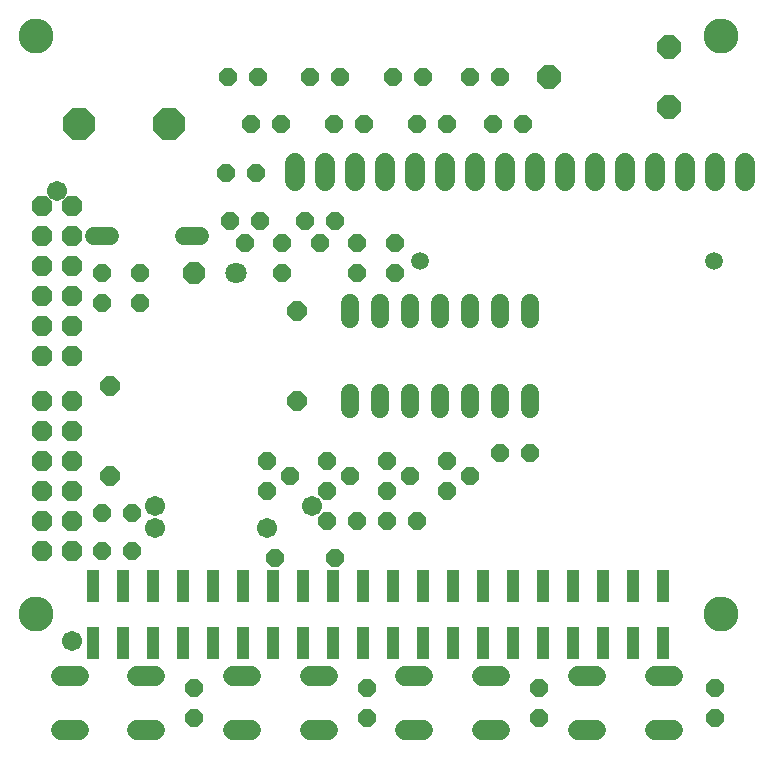
<source format=gbr>
G04 EAGLE Gerber RS-274X export*
G75*
%MOMM*%
%FSLAX34Y34*%
%LPD*%
%INSoldermask Bottom*%
%IPPOS*%
%AMOC8*
5,1,8,0,0,1.08239X$1,22.5*%
G01*
%ADD10C,2.953200*%
%ADD11R,1.103200X2.753200*%
%ADD12C,1.727200*%
%ADD13P,1.649562X8X202.500000*%
%ADD14P,2.969212X8X202.500000*%
%ADD15C,1.524000*%
%ADD16P,1.649562X8X112.500000*%
%ADD17P,2.144431X8X292.500000*%
%ADD18P,1.649562X8X22.500000*%
%ADD19P,1.869504X8X292.500000*%
%ADD20P,1.649562X8X292.500000*%
%ADD21P,1.759533X8X292.500000*%
%ADD22P,1.759533X8X112.500000*%
%ADD23P,1.951982X8X202.500000*%
%ADD24C,1.803400*%
%ADD25C,1.703200*%
%ADD26C,1.503200*%


D10*
X-615000Y605000D03*
X-615000Y115000D03*
X-35000Y605000D03*
X-35000Y115000D03*
D11*
X-566300Y91250D03*
X-566300Y138750D03*
X-540900Y91250D03*
X-540900Y138750D03*
X-515500Y91250D03*
X-515500Y138750D03*
X-490100Y91250D03*
X-490100Y138750D03*
X-464700Y91250D03*
X-464700Y138750D03*
X-439300Y91250D03*
X-439300Y138750D03*
X-413900Y91250D03*
X-413900Y138750D03*
X-388500Y91250D03*
X-388500Y138750D03*
X-363100Y91250D03*
X-363100Y138750D03*
X-337700Y91250D03*
X-337700Y138750D03*
X-312300Y91250D03*
X-312300Y138750D03*
X-286900Y91250D03*
X-286900Y138750D03*
X-261500Y91250D03*
X-261500Y138750D03*
X-236100Y91250D03*
X-236100Y138750D03*
X-210700Y91250D03*
X-210700Y138750D03*
X-185300Y91250D03*
X-185300Y138750D03*
X-159900Y91250D03*
X-159900Y138750D03*
X-134500Y91250D03*
X-134500Y138750D03*
X-109100Y91250D03*
X-109100Y138750D03*
X-83700Y91250D03*
X-83700Y138750D03*
D12*
X-140892Y17394D02*
X-156132Y17394D01*
X-156132Y62606D02*
X-140892Y62606D01*
X-91108Y17394D02*
X-75868Y17394D01*
X-75868Y62606D02*
X-91108Y62606D01*
X-286892Y17394D02*
X-302132Y17394D01*
X-302132Y62606D02*
X-286892Y62606D01*
X-237108Y17394D02*
X-221868Y17394D01*
X-221868Y62606D02*
X-237108Y62606D01*
X-432892Y17394D02*
X-448132Y17394D01*
X-448132Y62606D02*
X-432892Y62606D01*
X-383108Y17394D02*
X-367868Y17394D01*
X-367868Y62606D02*
X-383108Y62606D01*
X-578892Y17394D02*
X-594132Y17394D01*
X-594132Y62606D02*
X-578892Y62606D01*
X-529108Y17394D02*
X-513868Y17394D01*
X-513868Y62606D02*
X-529108Y62606D01*
D13*
X-222300Y570000D03*
X-247700Y570000D03*
X-287300Y570000D03*
X-312700Y570000D03*
X-357300Y570000D03*
X-382700Y570000D03*
X-427300Y570000D03*
X-452700Y570000D03*
D12*
X-14500Y497620D02*
X-14500Y482380D01*
X-39900Y482380D02*
X-39900Y497620D01*
X-65300Y497620D02*
X-65300Y482380D01*
X-90700Y482380D02*
X-90700Y497620D01*
X-116100Y497620D02*
X-116100Y482380D01*
X-141500Y482380D02*
X-141500Y497620D01*
X-166900Y497620D02*
X-166900Y482380D01*
X-192300Y482380D02*
X-192300Y497620D01*
X-217700Y497620D02*
X-217700Y482380D01*
X-243100Y482380D02*
X-243100Y497620D01*
X-268500Y497620D02*
X-268500Y482380D01*
X-293900Y482380D02*
X-293900Y497620D01*
X-319300Y497620D02*
X-319300Y482380D01*
X-344700Y482380D02*
X-344700Y497620D01*
X-370100Y497620D02*
X-370100Y482380D01*
X-395500Y482380D02*
X-395500Y497620D01*
D14*
X-501900Y530000D03*
X-578100Y530000D03*
D15*
X-349250Y378704D02*
X-349250Y365496D01*
X-323850Y365496D02*
X-323850Y378704D01*
X-196850Y378704D02*
X-196850Y365496D01*
X-196850Y302504D02*
X-196850Y289296D01*
X-298450Y365496D02*
X-298450Y378704D01*
X-273050Y378704D02*
X-273050Y365496D01*
X-222250Y365496D02*
X-222250Y378704D01*
X-247650Y378704D02*
X-247650Y365496D01*
X-222250Y302504D02*
X-222250Y289296D01*
X-247650Y289296D02*
X-247650Y302504D01*
X-273050Y302504D02*
X-273050Y289296D01*
X-298450Y289296D02*
X-298450Y302504D01*
X-323850Y302504D02*
X-323850Y289296D01*
X-349250Y289296D02*
X-349250Y302504D01*
D16*
X-419100Y245100D03*
X-400050Y232400D03*
X-419100Y219700D03*
X-368300Y245100D03*
X-349250Y232400D03*
X-368300Y219700D03*
D17*
X-79200Y595400D03*
X-79200Y544600D03*
X-180800Y570000D03*
D18*
X-425450Y448300D03*
X-438150Y429250D03*
X-450850Y448300D03*
D15*
X-552196Y435600D02*
X-565404Y435600D01*
X-489204Y435600D02*
X-475996Y435600D01*
D19*
X-609600Y461000D03*
X-609600Y435600D03*
X-609600Y410200D03*
X-609600Y384800D03*
X-609600Y359400D03*
X-609600Y334000D03*
X-584200Y461000D03*
X-584200Y435600D03*
X-584200Y410200D03*
X-584200Y384800D03*
X-584200Y359400D03*
X-584200Y334000D03*
X-609600Y295900D03*
X-609600Y270500D03*
X-609600Y245100D03*
X-609600Y219700D03*
X-609600Y194300D03*
X-609600Y168900D03*
X-584200Y295900D03*
X-584200Y270500D03*
X-584200Y245100D03*
X-584200Y219700D03*
X-584200Y194300D03*
X-584200Y168900D03*
D13*
X-428650Y488600D03*
X-454050Y488600D03*
D16*
X-406400Y403850D03*
X-406400Y429250D03*
D20*
X-558800Y403850D03*
X-558800Y378450D03*
D18*
X-558800Y168900D03*
X-533400Y168900D03*
D20*
X-527050Y403850D03*
X-527050Y378450D03*
D18*
X-558800Y200650D03*
X-533400Y200650D03*
D16*
X-481000Y27300D03*
X-481000Y52700D03*
X-335000Y27300D03*
X-335000Y52700D03*
X-189000Y27300D03*
X-189000Y52700D03*
X-40000Y27300D03*
X-40000Y52700D03*
D18*
X-361950Y448300D03*
X-374650Y429250D03*
X-387350Y448300D03*
D16*
X-342900Y403850D03*
X-342900Y429250D03*
D21*
X-393700Y372100D03*
X-393700Y295900D03*
D22*
X-552450Y232400D03*
X-552450Y308600D03*
D13*
X-361950Y162550D03*
X-412750Y162550D03*
D23*
X-481330Y403850D03*
D24*
X-445770Y403850D03*
D13*
X-202300Y530000D03*
X-227700Y530000D03*
X-267300Y530000D03*
X-292700Y530000D03*
X-337300Y530000D03*
X-362700Y530000D03*
X-407300Y530000D03*
X-432700Y530000D03*
D16*
X-317500Y245100D03*
X-298450Y232400D03*
X-317500Y219700D03*
D13*
X-342900Y194300D03*
X-368300Y194300D03*
X-196850Y251450D03*
X-222250Y251450D03*
D16*
X-266700Y245100D03*
X-247650Y232400D03*
X-266700Y219700D03*
D13*
X-292100Y194300D03*
X-317500Y194300D03*
D16*
X-311150Y403850D03*
X-311150Y429250D03*
D25*
X-596900Y473700D03*
X-584200Y92700D03*
D26*
X-289997Y414160D03*
X-40490Y414160D03*
D25*
X-514350Y187950D03*
X-419100Y187950D03*
X-381000Y207000D03*
X-514350Y207000D03*
M02*

</source>
